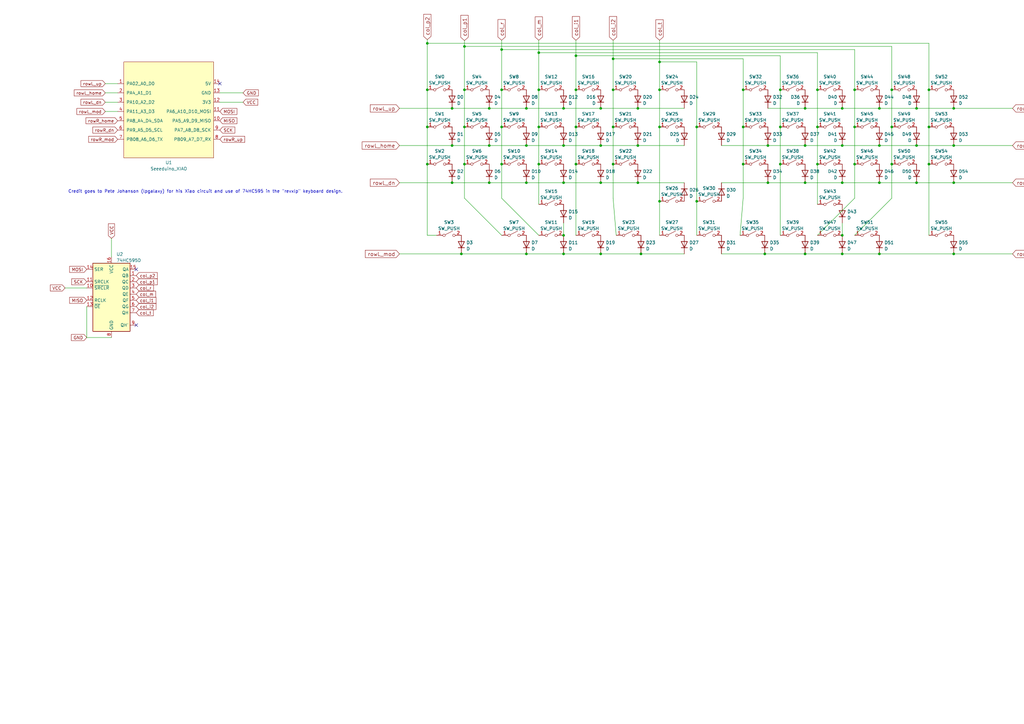
<source format=kicad_sch>
(kicad_sch (version 20211123) (generator eeschema)
  (paper "A3")
  (title_block (title "BumWings_002") (date "2022-11-16") (rev "v0.5") (company "tubby.twins a.k.a. mschnoor"))
  (lib_symbols
    (symbol "74xx:74HC595"
      (property "Reference" "U" (at -7.62 13.97 0))
      (property "Value" "74HC595" (at -7.62 -16.51 0))
      (symbol "74HC595_1_0"
        (pin tri_state line (at 10.16 7.62 180) (length 2.54) (name "QB") (number "1"))
        (pin input line (at -10.16 2.54 0) (length 2.54) (name "~{SRCLR}") (number "10"))
        (pin input line (at -10.16 5.08 0) (length 2.54) (name "SRCLK") (number "11"))
        (pin input line (at -10.16 -2.54 0) (length 2.54) (name "RCLK") (number "12"))
        (pin input line (at -10.16 -5.08 0) (length 2.54) (name "~{OE}") (number "13"))
        (pin input line (at -10.16 10.16 0) (length 2.54) (name "SER") (number "14"))
        (pin tri_state line (at 10.16 10.16 180) (length 2.54) (name "QA") (number "15"))
        (pin power_in line (at 0 15.24 270) (length 2.54) (name "VCC") (number "16"))
        (pin tri_state line (at 10.16 5.08 180) (length 2.54) (name "QC") (number "2"))
        (pin tri_state line (at 10.16 2.54 180) (length 2.54) (name "QD") (number "3"))
        (pin tri_state line (at 10.16 0 180) (length 2.54) (name "QE") (number "4"))
        (pin tri_state line (at 10.16 -2.54 180) (length 2.54) (name "QF") (number "5"))
        (pin tri_state line (at 10.16 -5.08 180) (length 2.54) (name "QG") (number "6"))
        (pin tri_state line (at 10.16 -7.62 180) (length 2.54) (name "QH") (number "7"))
        (pin power_in line (at 0 -17.78 90) (length 2.54) (name "GND") (number "8"))
        (pin output line (at 10.16 -12.7 180) (length 2.54) (name "QH'") (number "9"))
      )
      (symbol "74HC595_1_1"
        (rectangle (start -7.62 12.7) (end 7.62 -15.24) (stroke (width 0.254)) (fill (type background)))
      )
    )
    (symbol "BumWings_SymLibrary:Key_Switch" (pin_names (offset 0) hide)
      (property "Reference" "K" (at 0 3.175 0))
      (symbol "Key_Switch_0_0"
        (circle (center -2.032 0) (radius 0.508))
        (polyline (pts (xy -1.524 0.254) (xy 1.524 1.778)))
        (circle (center 2.032 0) (radius 0.508))
      )
      (symbol "Key_Switch_1_1"
        (pin passive line (at -5.08 0 0) (length 2.54) (name "A") (number "1"))
        (pin passive line (at 5.08 0 180) (length 2.54) (name "B") (number "2"))
      )
    )
    (symbol "Device:D" (pin_numbers hide) (pin_names (offset 1.016) hide)
      (property "Reference" "D" (at 0 2.54 0))
      (property "Value" "D" (at 0 -2.54 0))
      (symbol "D_0_1"
        (polyline (pts (xy -1.27 1.27) (xy -1.27 -1.27)) (stroke (width 0.254)))
        (polyline (pts (xy 1.27 0) (xy -1.27 0)))
        (polyline (pts (xy 1.27 1.27) (xy 1.27 -1.27) (xy -1.27 0) (xy 1.27 1.27)) (stroke (width 0.254)))
      )
      (symbol "D_1_1"
        (pin passive line (at -3.81 0 0) (length 2.54) (name "K") (number "1"))
        (pin passive line (at 3.81 0 180) (length 2.54) (name "A") (number "2"))
      )
    )
    (symbol "Seeeduino XIAO:SeeeduinoXIAO_BLE" (pin_names (offset 1.016))
      (property "Reference" "U1" (at -0.635 -20.9534 0))
      (property "Value" "Seeeduino_XIAO" (at -0.635 -23.4903 0))
      (symbol "SeeeduinoXIAO_BLE_0_1"
        (rectangle (start -19.05 20.32) (end 17.78 -19.05) (fill (type background)))
      )
      (symbol "SeeeduinoXIAO_BLE_1_1"
        (pin bidirectional line (at -21.59 11.43 0) (length 2.54) (name "PA02_A0_D0") (number "1"))
        (pin bidirectional line (at 20.32 -3.81 180) (length 2.54) (name "PA5_A9_D9_MISO") (number "10"))
        (pin bidirectional line (at 20.32 0 180) (length 2.54) (name "PA6_A10_D10_MOSI") (number "11"))
        (pin power_out line (at 20.32 3.81 180) (length 2.54) (name "3V3") (number "12"))
        (pin power_out line (at 20.32 7.62 180) (length 2.54) (name "GND") (number "13"))
        (pin power_out line (at 20.32 11.43 180) (length 2.54) (name "5V") (number "14"))
        (pin bidirectional line (at -21.59 7.62 0) (length 2.54) (name "PA4_A1_D1") (number "2"))
        (pin bidirectional line (at -21.59 3.81 0) (length 2.54) (name "PA10_A2_D2") (number "3"))
        (pin unspecified line (at -21.59 0 0) (length 2.54) (name "PA11_A3_D3") (number "4"))
        (pin bidirectional line (at -21.59 -3.81 0) (length 2.54) (name "PA8_A4_D4_SDA") (number "5"))
        (pin bidirectional line (at -21.59 -7.62 0) (length 2.54) (name "PA9_A5_D5_SCL") (number "6"))
        (pin bidirectional line (at -21.59 -11.43 0) (length 2.54) (name "PB08_A6_D6_TX") (number "7"))
        (pin bidirectional line (at 20.32 -11.43 180) (length 2.54) (name "PB09_A7_D7_RX") (number "8"))
        (pin bidirectional line (at 20.32 -7.62 180) (length 2.54) (name "PA7_A8_D8_SCK") (number "9"))
      )
    )
  )
  (junction (at 205.74 52.07))
  (junction (at 350.52 36.83))
  (junction (at 360.68 59.69))
  (junction (at 345.44 74.93))
  (junction (at 215.9 44.45))
  (junction (at 345.44 59.69))
  (junction (at 391.16 74.93))
  (junction (at 246.38 59.69))
  (junction (at 391.16 59.69))
  (junction (at 375.92 59.69))
  (junction (at 381 36.83))
  (junction (at 205.74 67.31))
  (junction (at 185.42 74.93))
  (junction (at 365.76 67.31))
  (junction (at 330.2 104.14))
  (junction (at 350.52 52.07))
  (junction (at 190.5 36.83))
  (junction (at 231.14 59.69))
  (junction (at 261.62 59.69))
  (junction (at 330.2 74.93))
  (junction (at 236.22 52.07))
  (junction (at 251.46 67.31))
  (junction (at 304.8 52.07))
  (junction (at 304.8 36.83))
  (junction (at 365.76 52.07))
  (junction (at 391.16 44.45))
  (junction (at 175.26 67.31))
  (junction (at 246.38 44.45))
  (junction (at 270.51 25.4))
  (junction (at 215.9 74.93))
  (junction (at 350.52 67.31))
  (junction (at 345.44 104.14))
  (junction (at 236.22 36.83))
  (junction (at 375.92 44.45))
  (junction (at 185.42 44.45))
  (junction (at 335.28 67.31))
  (junction (at 320.04 52.07))
  (junction (at 391.16 104.14))
  (junction (at 381 67.31))
  (junction (at 313.69 104.14))
  (junction (at 335.28 52.07))
  (junction (at 231.14 44.45))
  (junction (at 189.23 104.14))
  (junction (at 220.98 21.59))
  (junction (at 215.9 59.69))
  (junction (at 262.89 104.14))
  (junction (at 246.38 74.93))
  (junction (at 231.14 74.93))
  (junction (at 360.68 104.14))
  (junction (at 236.22 67.31))
  (junction (at 304.8 67.31))
  (junction (at 231.14 96.52))
  (junction (at 381 52.07))
  (junction (at 200.66 74.93))
  (junction (at 205.74 36.83))
  (junction (at 314.96 59.69))
  (junction (at 270.51 36.83))
  (junction (at 360.68 74.93))
  (junction (at 205.74 20.32))
  (junction (at 251.46 36.83))
  (junction (at 270.51 82.55))
  (junction (at 270.51 52.07))
  (junction (at 261.62 44.45))
  (junction (at 330.2 59.69))
  (junction (at 175.26 36.83))
  (junction (at 220.98 52.07))
  (junction (at 285.75 82.55))
  (junction (at 345.44 44.45))
  (junction (at 236.22 22.86))
  (junction (at 320.04 67.31))
  (junction (at 200.66 59.69))
  (junction (at 175.26 17.78))
  (junction (at 220.98 36.83))
  (junction (at 185.42 59.69))
  (junction (at 345.44 96.52))
  (junction (at 246.38 104.14))
  (junction (at 261.62 74.93))
  (junction (at 251.46 24.13))
  (junction (at 285.75 52.07))
  (junction (at 251.46 52.07))
  (junction (at 231.14 104.14))
  (junction (at 335.28 36.83))
  (junction (at 360.68 44.45))
  (junction (at 314.96 74.93))
  (junction (at 190.5 19.05))
  (junction (at 190.5 52.07))
  (junction (at 375.92 74.93))
  (junction (at 365.76 36.83))
  (junction (at 220.98 67.31))
  (junction (at 330.2 44.45))
  (junction (at 175.26 52.07))
  (junction (at 200.66 44.45))
  (junction (at 320.04 36.83))
  (junction (at 190.5 67.31))
  (junction (at 215.9 104.14))
  (no_connect (at 55.88 133.35))
  (no_connect (at 90.17 34.29))
  (no_connect (at 55.88 110.49))
  (wire (pts (xy 320.04 67.31) (xy 320.04 96.52)))
  (wire (pts (xy 270.51 96.52) (xy 270.51 82.55)))
  (wire (pts (xy 190.5 67.31) (xy 190.5 81.28)))
  (wire (pts (xy 261.62 74.93) (xy 280.67 74.93)))
  (wire (pts (xy 45.72 97.79) (xy 45.72 105.41)))
  (wire (pts (xy 285.75 52.07) (xy 285.75 82.55)))
  (wire (pts (xy 261.62 59.69) (xy 280.67 59.69)))
  (wire (pts (xy 215.9 104.14) (xy 231.14 104.14)))
  (wire (pts (xy 360.68 74.93) (xy 375.92 74.93)))
  (wire (pts (xy 320.04 52.07) (xy 320.04 67.31)))
  (wire (pts (xy 251.46 67.31) (xy 251.46 81.28)))
  (wire (pts (xy 270.51 52.07) (xy 270.51 82.55)))
  (wire (pts (xy 304.8 36.83) (xy 304.8 52.07)))
  (wire (pts (xy 205.74 67.31) (xy 205.74 81.28)))
  (wire (pts (xy 360.68 59.69) (xy 375.92 59.69)))
  (wire (pts (xy 381 17.78) (xy 175.26 17.78)))
  (wire (pts (xy 175.26 36.83) (xy 175.26 52.07)))
  (wire (pts (xy 220.98 36.83) (xy 220.98 52.07)))
  (wire (pts (xy 175.26 52.07) (xy 175.26 67.31)))
  (wire (pts (xy 335.28 96.52) (xy 350.52 81.28)))
  (wire (pts (xy 270.51 16.51) (xy 270.51 25.4)))
  (wire (pts (xy 314.96 74.93) (xy 330.2 74.93)))
  (wire (pts (xy 215.9 59.69) (xy 231.14 59.69)))
  (wire (pts (xy 304.8 67.31) (xy 304.8 81.28)))
  (wire (pts (xy 360.68 44.45) (xy 375.92 44.45)))
  (wire (pts (xy 314.96 44.45) (xy 330.2 44.45)))
  (wire (pts (xy 375.92 44.45) (xy 391.16 44.45)))
  (wire (pts (xy 43.18 41.91) (xy 48.26 41.91)))
  (wire (pts (xy 251.46 36.83) (xy 251.46 52.07)))
  (wire (pts (xy 215.9 74.93) (xy 231.14 74.93)))
  (wire (pts (xy 163.83 59.69) (xy 185.42 59.69)))
  (wire (pts (xy 270.51 36.83) (xy 270.51 52.07)))
  (wire (pts (xy 220.98 67.31) (xy 220.98 83.82)))
  (wire (pts (xy 231.14 104.14) (xy 246.38 104.14)))
  (wire (pts (xy 175.26 16.256) (xy 175.26 17.78)))
  (wire (pts (xy 99.695 41.91) (xy 90.17 41.91)))
  (wire (pts (xy 350.52 67.31) (xy 350.52 81.28)))
  (wire (pts (xy 185.42 74.93) (xy 200.66 74.93)))
  (wire (pts (xy 262.89 104.14) (xy 280.67 104.14)))
  (wire (pts (xy 381 17.78) (xy 381 36.83)))
  (wire (pts (xy 185.42 44.45) (xy 200.66 44.45)))
  (wire (pts (xy 345.44 59.69) (xy 360.68 59.69)))
  (wire (pts (xy 251.46 16.51) (xy 251.46 24.13)))
  (wire (pts (xy 43.18 34.29) (xy 48.26 34.29)))
  (wire (pts (xy 345.44 91.44) (xy 345.44 96.52)))
  (wire (pts (xy 381 52.07) (xy 381 67.31)))
  (wire (pts (xy 251.46 24.13) (xy 251.46 36.83)))
  (wire (pts (xy 231.14 44.45) (xy 246.38 44.45)))
  (wire (pts (xy 295.91 104.14) (xy 313.69 104.14)))
  (wire (pts (xy 35.56 125.73) (xy 35.56 138.43)))
  (wire (pts (xy 295.91 74.93) (xy 314.96 74.93)))
  (wire (pts (xy 313.69 104.14) (xy 330.2 104.14)))
  (wire (pts (xy 335.28 21.59) (xy 220.98 21.59)))
  (wire (pts (xy 285.75 96.52) (xy 285.75 82.55)))
  (wire (pts (xy 99.695 38.1) (xy 90.17 38.1)))
  (wire (pts (xy 236.22 67.31) (xy 236.22 96.52)))
  (wire (pts (xy 246.38 104.14) (xy 262.89 104.14)))
  (wire (pts (xy 190.5 36.83) (xy 190.5 52.07)))
  (wire (pts (xy 304.8 24.13) (xy 251.46 24.13)))
  (wire (pts (xy 320.04 22.86) (xy 320.04 36.83)))
  (wire (pts (xy 215.9 44.45) (xy 231.14 44.45)))
  (wire (pts (xy 314.96 59.69) (xy 330.2 59.69)))
  (wire (pts (xy 415.29 74.93) (xy 391.16 74.93)))
  (wire (pts (xy 345.44 44.45) (xy 360.68 44.45)))
  (wire (pts (xy 335.28 36.83) (xy 335.28 52.07)))
  (wire (pts (xy 220.98 52.07) (xy 220.98 67.31)))
  (wire (pts (xy 190.5 19.05) (xy 365.76 19.05)))
  (wire (pts (xy 236.22 16.51) (xy 236.22 22.86)))
  (wire (pts (xy 163.83 44.45) (xy 185.42 44.45)))
  (wire (pts (xy 246.38 44.45) (xy 261.62 44.45)))
  (wire (pts (xy 365.76 52.07) (xy 365.76 67.31)))
  (wire (pts (xy 285.75 25.4) (xy 270.51 25.4)))
  (wire (pts (xy 231.14 91.44) (xy 231.14 96.52)))
  (wire (pts (xy 345.44 74.93) (xy 360.68 74.93)))
  (wire (pts (xy 350.52 96.52) (xy 365.76 81.28)))
  (wire (pts (xy 415.29 59.69) (xy 391.16 59.69)))
  (wire (pts (xy 205.74 20.32) (xy 205.74 36.83)))
  (wire (pts (xy 280.67 44.45) (xy 261.62 44.45)))
  (wire (pts (xy 236.22 36.83) (xy 236.22 52.07)))
  (wire (pts (xy 246.38 59.69) (xy 261.62 59.69)))
  (wire (pts (xy 350.52 20.32) (xy 350.52 36.83)))
  (wire (pts (xy 190.5 19.05) (xy 190.5 36.83)))
  (wire (pts (xy 35.56 118.11) (xy 26.67 118.11)))
  (wire (pts (xy 345.44 104.14) (xy 360.68 104.14)))
  (wire (pts (xy 304.8 81.28) (xy 303.53 96.52)))
  (wire (pts (xy 335.28 21.59) (xy 335.28 36.83)))
  (wire (pts (xy 375.92 59.69) (xy 391.16 59.69)))
  (wire (pts (xy 200.66 59.69) (xy 215.9 59.69)))
  (wire (pts (xy 231.14 74.93) (xy 246.38 74.93)))
  (wire (pts (xy 320.04 22.86) (xy 236.22 22.86)))
  (wire (pts (xy 415.29 44.45) (xy 391.16 44.45)))
  (wire (pts (xy 200.66 44.45) (xy 215.9 44.45)))
  (wire (pts (xy 220.98 16.51) (xy 220.98 21.59)))
  (wire (pts (xy 251.46 52.07) (xy 251.46 67.31)))
  (wire (pts (xy 365.76 19.05) (xy 365.76 36.83)))
  (wire (pts (xy 220.98 21.59) (xy 220.98 36.83)))
  (wire (pts (xy 270.51 25.4) (xy 270.51 36.83)))
  (wire (pts (xy 163.83 74.93) (xy 185.42 74.93)))
  (wire (pts (xy 205.74 16.51) (xy 205.74 20.32)))
  (wire (pts (xy 330.2 44.45) (xy 345.44 44.45)))
  (wire (pts (xy 205.74 81.28) (xy 220.98 96.52)))
  (wire (pts (xy 350.52 52.07) (xy 350.52 67.31)))
  (wire (pts (xy 335.28 52.07) (xy 335.28 67.31)))
  (wire (pts (xy 190.5 16.637) (xy 190.5 19.05)))
  (wire (pts (xy 381 67.31) (xy 381 96.52)))
  (wire (pts (xy 185.42 59.69) (xy 200.66 59.69)))
  (wire (pts (xy 236.22 52.07) (xy 236.22 67.31)))
  (wire (pts (xy 330.2 59.69) (xy 345.44 59.69)))
  (wire (pts (xy 175.26 96.52) (xy 179.07 96.52)))
  (wire (pts (xy 200.66 74.93) (xy 215.9 74.93)))
  (wire (pts (xy 365.76 67.31) (xy 365.76 81.28)))
  (wire (pts (xy 330.2 104.14) (xy 345.44 104.14)))
  (wire (pts (xy 375.92 74.93) (xy 391.16 74.93)))
  (wire (pts (xy 381 36.83) (xy 381 52.07)))
  (wire (pts (xy 43.18 45.72) (xy 48.26 45.72)))
  (wire (pts (xy 205.74 52.07) (xy 205.74 67.31)))
  (wire (pts (xy 251.46 81.28) (xy 252.73 96.52)))
  (wire (pts (xy 231.14 59.69) (xy 246.38 59.69)))
  (wire (pts (xy 285.75 25.4) (xy 285.75 52.07)))
  (wire (pts (xy 190.5 52.07) (xy 190.5 67.31)))
  (wire (pts (xy 330.2 74.93) (xy 345.44 74.93)))
  (wire (pts (xy 163.83 104.14) (xy 189.23 104.14)))
  (wire (pts (xy 350.52 36.83) (xy 350.52 52.07)))
  (wire (pts (xy 365.76 36.83) (xy 365.76 52.07)))
  (wire (pts (xy 236.22 22.86) (xy 236.22 36.83)))
  (wire (pts (xy 246.38 74.93) (xy 261.62 74.93)))
  (wire (pts (xy 43.18 38.1) (xy 48.26 38.1)))
  (wire (pts (xy 335.28 67.31) (xy 335.28 83.82)))
  (wire (pts (xy 350.52 20.32) (xy 205.74 20.32)))
  (wire (pts (xy 304.8 24.13) (xy 304.8 36.83)))
  (wire (pts (xy 304.8 52.07) (xy 304.8 67.31)))
  (wire (pts (xy 189.23 104.14) (xy 215.9 104.14)))
  (wire (pts (xy 295.91 59.69) (xy 314.96 59.69)))
  (wire (pts (xy 320.04 36.83) (xy 320.04 52.07)))
  (wire (pts (xy 175.26 17.78) (xy 175.26 36.83)))
  (wire (pts (xy 415.29 104.14) (xy 391.16 104.14)))
  (wire (pts (xy 205.74 36.83) (xy 205.74 52.07)))
  (wire (pts (xy 175.26 67.31) (xy 175.26 96.52)))
  (wire (pts (xy 190.5 81.28) (xy 205.74 96.52)))
  (wire (pts (xy 35.56 138.43) (xy 45.72 138.43)))
  (wire (pts (xy 360.68 104.14) (xy 391.16 104.14)))
  (text "Credit goes to Pete Johanson (lpgalaxy) for his Xiao circuit and use of 74HC595 in the \"revxlp\" keyboard design." (at 27.94 79.375 0) (effects (font (size 1.27 1.27)) (justify left bottom)))
  (global_label "col_i1" (shape input) (at 236.22 16.51 90) (effects (font (size 1.524 1.524))) (property "Intersheet References" "${INTERSHEET_REFS}" (effects hide)))
  (global_label "VCC" (shape input) (at 45.72 97.79 90) (property "Intersheet References" "${INTERSHEET_REFS}" (effects hide)))
  (global_label "col_m" (shape input) (at 220.98 16.51 90) (effects (font (size 1.524 1.524))) (property "Intersheet References" "${INTERSHEET_REFS}" (effects hide)))
  (global_label "rowL_dn" (shape input) (at 163.83 74.93 180) (effects (font (size 1.524 1.524))) (property "Intersheet References" "${INTERSHEET_REFS}" (effects hide)))
  (global_label "GND" (shape input) (at 99.695 38.1 0) (property "Intersheet References" "${INTERSHEET_REFS}" (effects hide)))
  (global_label "rowL_mod" (shape input) (at 43.18 45.72 180) (property "Intersheet References" "${INTERSHEET_REFS}" (effects hide)))
  (global_label "GND" (shape input) (at 35.56 138.43 180) (property "Intersheet References" "${INTERSHEET_REFS}" (effects hide)))
  (global_label "SCK" (shape input) (at 35.56 115.57 180) (property "Intersheet References" "${INTERSHEET_REFS}" (effects hide)))
  (global_label "col_i2" (shape input) (at 55.88 125.73 0) (property "Intersheet References" "${INTERSHEET_REFS}" (effects hide)))
  (global_label "col_p1" (shape input) (at 55.88 115.57 0) (property "Intersheet References" "${INTERSHEET_REFS}" (effects hide)))
  (global_label "col_p1" (shape input) (at 190.5 16.637 90) (effects (font (size 1.524 1.524))) (property "Intersheet References" "${INTERSHEET_REFS}" (effects hide)))
  (global_label "col_m" (shape input) (at 55.88 120.65 0) (property "Intersheet References" "${INTERSHEET_REFS}" (effects hide)))
  (global_label "col_t" (shape input) (at 55.88 128.27 0) (property "Intersheet References" "${INTERSHEET_REFS}" (effects hide)))
  (global_label "VCC" (shape input) (at 99.695 41.91 0) (property "Intersheet References" "${INTERSHEET_REFS}" (effects hide)))
  (global_label "rowL_home" (shape input) (at 43.18 38.1 180) (property "Intersheet References" "${INTERSHEET_REFS}" (effects hide)))
  (global_label "MOSI" (shape input) (at 90.17 45.72 0) (property "Intersheet References" "${INTERSHEET_REFS}" (effects hide)))
  (global_label "col_p2" (shape input) (at 175.26 16.256 90) (effects (font (size 1.524 1.524))) (property "Intersheet References" "${INTERSHEET_REFS}" (effects hide)))
  (global_label "rowR_mod" (shape input) (at 415.29 104.14 0) (effects (font (size 1.524 1.524))) (property "Intersheet References" "${INTERSHEET_REFS}" (effects hide)))
  (global_label "col_t" (shape input) (at 270.51 16.51 90) (effects (font (size 1.524 1.524))) (property "Intersheet References" "${INTERSHEET_REFS}" (effects hide)))
  (global_label "SCK" (shape input) (at 90.17 53.34 0) (property "Intersheet References" "${INTERSHEET_REFS}" (effects hide)))
  (global_label "rowR_dn" (shape input) (at 48.26 53.34 180) (property "Intersheet References" "${INTERSHEET_REFS}" (effects hide)))
  (global_label "col_r" (shape input) (at 205.74 16.51 90) (effects (font (size 1.524 1.524))) (property "Intersheet References" "${INTERSHEET_REFS}" (effects hide)))
  (global_label "rowR_dn" (shape input) (at 415.29 74.93 0) (effects (font (size 1.524 1.524))) (property "Intersheet References" "${INTERSHEET_REFS}" (effects hide)))
  (global_label "MISO" (shape input) (at 35.56 123.19 180) (property "Intersheet References" "${INTERSHEET_REFS}" (effects hide)))
  (global_label "rowR_up" (shape input) (at 90.17 57.15 0) (property "Intersheet References" "${INTERSHEET_REFS}" (effects hide)))
  (global_label "rowL_up" (shape input) (at 43.18 34.29 180) (property "Intersheet References" "${INTERSHEET_REFS}" (effects hide)))
  (global_label "col_r" (shape input) (at 55.88 118.11 0) (property "Intersheet References" "${INTERSHEET_REFS}" (effects hide)))
  (global_label "MISO" (shape input) (at 90.17 49.53 0) (property "Intersheet References" "${INTERSHEET_REFS}" (effects hide)))
  (global_label "rowL_home" (shape input) (at 163.83 59.69 180) (effects (font (size 1.524 1.524))) (property "Intersheet References" "${INTERSHEET_REFS}" (effects hide)))
  (global_label "col_i1" (shape input) (at 55.88 123.19 0) (property "Intersheet References" "${INTERSHEET_REFS}" (effects hide)))
  (global_label "rowR_mod" (shape input) (at 48.26 57.15 180) (property "Intersheet References" "${INTERSHEET_REFS}" (effects hide)))
  (global_label "rowL_mod" (shape input) (at 163.83 104.14 180) (effects (font (size 1.524 1.524))) (property "Intersheet References" "${INTERSHEET_REFS}" (effects hide)))
  (global_label "rowL_dn" (shape input) (at 43.18 41.91 180) (property "Intersheet References" "${INTERSHEET_REFS}" (effects hide)))
  (global_label "rowL_up" (shape input) (at 163.83 44.45 180) (effects (font (size 1.524 1.524))) (property "Intersheet References" "${INTERSHEET_REFS}" (effects hide)))
  (global_label "rowR_up" (shape input) (at 415.29 44.45 0) (effects (font (size 1.524 1.524))) (property "Intersheet References" "${INTERSHEET_REFS}" (effects hide)))
  (global_label "col_i2" (shape input) (at 251.46 16.51 90) (effects (font (size 1.524 1.524))) (property "Intersheet References" "${INTERSHEET_REFS}" (effects hide)))
  (global_label "col_p2" (shape input) (at 55.88 113.03 0) (property "Intersheet References" "${INTERSHEET_REFS}" (effects hide)))
  (global_label "rowR_home" (shape input) (at 415.29 59.69 0) (effects (font (size 1.524 1.524))) (property "Intersheet References" "${INTERSHEET_REFS}" (effects hide)))
  (global_label "MOSI" (shape input) (at 35.56 110.49 180) (property "Intersheet References" "${INTERSHEET_REFS}" (effects hide)))
  (global_label "VCC" (shape input) (at 26.67 118.11 180) (property "Intersheet References" "${INTERSHEET_REFS}" (effects hide)))
  (global_label "rowR_home" (shape input) (at 48.26 49.53 180) (property "Intersheet References" "${INTERSHEET_REFS}" (effects hide)))
  (symbol (lib_id "Device:D") (at 185.42 40.64 90) (unit 1)
    (property "Reference" "D0" (at 187.452 39.8053 90) (effects (justify right)))
    (property "Value" "D" (at 187.452 42.3422 90) (effects (justify right)))
    (property "Footprint" "BumWings_Library:Diode_D_SOD-123" (effects hide))
  )
  (symbol (lib_id "BumWings_SymLibrary:Key_Switch") (at 184.15 96.52 0) (unit 1)
    (property "Reference" "SW3" (at 184.15 91.1692 0))
    (property "Value" "SW_PUSH" (at 184.15 93.7061 0))
    (property "Footprint" "BumWings_Library:Kailh_PG1350_1.5u_hotswap" (effects hide))
  )
  (symbol (lib_id "Device:D") (at 330.2 55.88 90) (unit 1)
    (property "Reference" "D37" (at 332.232 55.0453 90) (effects (justify right)))
    (property "Value" "D" (at 332.232 57.5822 90) (effects (justify right)))
    (property "Footprint" "BumWings_Library:Diode_D_SOD-123" (effects hide))
  )
  (symbol (lib_id "Device:D") (at 246.38 71.12 90) (unit 1)
    (property "Reference" "D18" (at 248.412 70.2853 90) (effects (justify right)))
    (property "Value" "D" (at 248.412 72.8222 90) (effects (justify right)))
    (property "Footprint" "BumWings_Library:Diode_D_SOD-123" (effects hide))
  )
  (symbol (lib_id "Device:D") (at 200.66 55.88 90) (unit 1)
    (property "Reference" "D5" (at 202.692 55.0453 90) (effects (justify right)))
    (property "Value" "D" (at 202.692 57.5822 90) (effects (justify right)))
    (property "Footprint" "BumWings_Library:Diode_D_SOD-123" (effects hide))
  )
  (symbol (lib_id "BumWings_SymLibrary:Key_Switch") (at 226.06 83.82 0) (unit 1)
    (property "Reference" "SW15" (at 226.06 78.4692 0))
    (property "Value" "SW_PUSH" (at 226.06 81.0061 0))
    (property "Footprint" "BumWings_Library:Kailh_PG1350_1u_hotswap" (effects hide))
  )
  (symbol (lib_id "BumWings_SymLibrary:Key_Switch") (at 241.3 96.52 0) (unit 1)
    (property "Reference" "SW19" (at 241.3 91.1692 0))
    (property "Value" "SW_PUSH" (at 241.3 93.7061 0))
    (property "Footprint" "BumWings_Library:Kailh_PG1350_1u_hotswap" (effects hide))
  )
  (symbol (lib_id "74xx:74HC595") (at 45.72 120.65 0) (unit 1)
    (property "Reference" "U2" (at 47.7394 104.2502 0) (effects (justify left)))
    (property "Value" "74HC595D" (at 47.7394 106.7871 0) (effects (justify left)))
    (property "Footprint" "Package_SO:SOIC-16_3.9x9.9mm_P1.27mm" (effects hide))
    (property "Datasheet" "http://www.ti.com/lit/ds/symlink/sn74hc595.pdf" (effects hide))
    (property "LCSC Part Number" "C10092" (effects hide))
  )
  (symbol (lib_id "Device:D") (at 280.67 100.33 90) (unit 1)
    (property "Reference" "D27" (at 282.702 99.4953 90) (effects (justify right)))
    (property "Value" "D" (at 282.702 102.0322 90) (effects (justify right)))
    (property "Footprint" "BumWings_Library:Diode_D_SOD-123" (effects hide))
  )
  (symbol (lib_id "Device:D") (at 360.68 40.64 90) (unit 1)
    (property "Reference" "D44" (at 362.712 39.8053 90) (effects (justify right)))
    (property "Value" "D" (at 362.712 42.3422 90) (effects (justify right)))
    (property "Footprint" "BumWings_Library:Diode_D_SOD-123" (effects hide))
  )
  (symbol (lib_id "Device:D") (at 391.16 100.33 90) (unit 1)
    (property "Reference" "D55" (at 393.192 99.4953 90) (effects (justify right)))
    (property "Value" "D" (at 393.192 102.0322 90) (effects (justify right)))
    (property "Footprint" "BumWings_Library:Diode_D_SOD-123" (effects hide))
  )
  (symbol (lib_id "Device:D") (at 314.96 71.12 90) (unit 1)
    (property "Reference" "D34" (at 316.992 70.2853 90) (effects (justify right)))
    (property "Value" "D" (at 316.992 72.8222 90) (effects (justify right)))
    (property "Footprint" "BumWings_Library:Diode_D_SOD-123" (effects hide))
  )
  (symbol (lib_id "BumWings_SymLibrary:Key_Switch") (at 290.83 96.52 0) (unit 1)
    (property "Reference" "SW31" (at 290.83 91.1692 0))
    (property "Value" "SW_PUSH" (at 290.83 93.7061 0))
    (property "Footprint" "BumWings_Library:Kailh_PG1350_1.5u_hotswap" (effects hide))
  )
  (symbol (lib_id "Device:D") (at 261.62 55.88 90) (unit 1)
    (property "Reference" "D21" (at 263.652 55.0453 90) (effects (justify right)))
    (property "Value" "D" (at 263.652 57.5822 90) (effects (justify right)))
    (property "Footprint" "BumWings_Library:Diode_D_SOD-123" (effects hide))
  )
  (symbol (lib_id "Device:D") (at 262.89 100.33 90) (unit 1)
    (property "Reference" "D23" (at 264.922 99.4953 90) (effects (justify right)))
    (property "Value" "D" (at 264.922 102.0322 90) (effects (justify right)))
    (property "Footprint" "BumWings_Library:Diode_D_SOD-123" (effects hide))
  )
  (symbol (lib_id "Device:D") (at 295.91 78.74 270) (unit 1)
    (property "Reference" "D30" (at 297.942 77.9053 90) (effects (justify left)))
    (property "Value" "D" (at 297.942 80.4422 90) (effects (justify left)))
    (property "Footprint" "BumWings_Library:Diode_D_SOD-123" (effects hide))
  )
  (symbol (lib_id "BumWings_SymLibrary:Key_Switch") (at 180.34 36.83 0) (unit 1)
    (property "Reference" "SW0" (at 180.34 31.4792 0))
    (property "Value" "SW_PUSH" (at 180.34 34.0161 0))
    (property "Footprint" "BumWings_Library:Kailh_PG1350_1u_hotswap" (effects hide))
  )
  (symbol (lib_id "BumWings_SymLibrary:Key_Switch") (at 308.61 96.52 0) (unit 1)
    (property "Reference" "SW35" (at 308.61 91.1692 0))
    (property "Value" "SW_PUSH" (at 308.61 93.7061 0))
    (property "Footprint" "BumWings_Library:Kailh_PG1350_2u_stab_hotswap" (effects hide))
  )
  (symbol (lib_id "Device:D") (at 200.66 40.64 90) (unit 1)
    (property "Reference" "D4" (at 202.692 39.8053 90) (effects (justify right)))
    (property "Value" "D" (at 202.692 42.3422 90) (effects (justify right)))
    (property "Footprint" "BumWings_Library:Diode_D_SOD-123" (effects hide))
  )
  (symbol (lib_id "Device:D") (at 345.44 87.63 90) (unit 1)
    (property "Reference" "D43" (at 347.472 86.7953 90) (effects (justify right)))
    (property "Value" "D" (at 347.472 89.3322 90) (effects (justify right)))
    (property "Footprint" "BumWings_Library:Diode_D_SOD-123" (effects hide))
  )
  (symbol (lib_id "Device:D") (at 391.16 71.12 90) (unit 1)
    (property "Reference" "D54" (at 393.192 70.2853 90) (effects (justify right)))
    (property "Value" "D" (at 393.192 72.8222 90) (effects (justify right)))
    (property "Footprint" "BumWings_Library:Diode_D_SOD-123" (effects hide))
  )
  (symbol (lib_id "BumWings_SymLibrary:Key_Switch") (at 340.36 52.07 0) (unit 1)
    (property "Reference" "SW41" (at 340.36 46.7192 0))
    (property "Value" "SW_PUSH" (at 340.36 49.2561 0))
    (property "Footprint" "BumWings_Library:Kailh_PG1350_1u_hotswap" (effects hide))
  )
  (symbol (lib_id "Device:D") (at 261.62 40.64 90) (unit 1)
    (property "Reference" "D20" (at 263.652 39.8053 90) (effects (justify right)))
    (property "Value" "D" (at 263.652 42.3422 90) (effects (justify right)))
    (property "Footprint" "BumWings_Library:Diode_D_SOD-123" (effects hide))
  )
  (symbol (lib_id "BumWings_SymLibrary:Key_Switch") (at 370.84 67.31 0) (unit 1)
    (property "Reference" "SW50" (at 370.84 61.9592 0))
    (property "Value" "SW_PUSH" (at 370.84 64.4961 0))
    (property "Footprint" "BumWings_Library:Kailh_PG1350_1u_hotswap" (effects hide))
  )
  (symbol (lib_id "Device:D") (at 231.14 55.88 90) (unit 1)
    (property "Reference" "D13" (at 233.172 55.0453 90) (effects (justify right)))
    (property "Value" "D" (at 233.172 57.5822 90) (effects (justify right)))
    (property "Footprint" "BumWings_Library:Diode_D_SOD-123" (effects hide))
  )
  (symbol (lib_id "BumWings_SymLibrary:Key_Switch") (at 325.12 36.83 0) (unit 1)
    (property "Reference" "SW36" (at 325.12 31.4792 0))
    (property "Value" "SW_PUSH" (at 325.12 34.0161 0))
    (property "Footprint" "BumWings_Library:Kailh_PG1350_1u_hotswap" (effects hide))
  )
  (symbol (lib_id "Device:D") (at 360.68 100.33 90) (unit 1)
    (property "Reference" "D51" (at 362.712 99.4953 90) (effects (justify right)))
    (property "Value" "D" (at 362.712 102.0322 90) (effects (justify right)))
    (property "Footprint" "BumWings_Library:Diode_D_SOD-123" (effects hide))
  )
  (symbol (lib_id "BumWings_SymLibrary:Key_Switch") (at 386.08 52.07 0) (unit 1)
    (property "Reference" "SW53" (at 386.08 46.7192 0))
    (property "Value" "SW_PUSH" (at 386.08 49.2561 0))
    (property "Footprint" "BumWings_Library:Kailh_PG1350_1u_hotswap" (effects hide))
  )
  (symbol (lib_id "BumWings_SymLibrary:Key_Switch") (at 257.81 96.52 0) (unit 1)
    (property "Reference" "SW23" (at 257.81 91.1692 0))
    (property "Value" "SW_PUSH" (at 257.81 93.7061 0))
    (property "Footprint" "BumWings_Library:Kailh_PG1350_2u_stab_hotswap" (effects hide))
  )
  (symbol (lib_id "Device:D") (at 215.9 40.64 90) (unit 1)
    (property "Reference" "D8" (at 217.932 39.8053 90) (effects (justify right)))
    (property "Value" "D" (at 217.932 42.3422 90) (effects (justify right)))
    (property "Footprint" "BumWings_Library:Diode_D_SOD-123" (effects hide))
  )
  (symbol (lib_id "Device:D") (at 330.2 40.64 90) (unit 1)
    (property "Reference" "D36" (at 328.168 39.8053 90) (effects (justify left)))
    (property "Value" "D" (at 328.168 42.3422 90) (effects (justify left)))
    (property "Footprint" "BumWings_Library:Diode_D_SOD-123" (effects hide))
  )
  (symbol (lib_id "BumWings_SymLibrary:Key_Switch") (at 386.08 67.31 0) (unit 1)
    (property "Reference" "SW54" (at 386.08 61.9592 0))
    (property "Value" "SW_PUSH" (at 386.08 64.4961 0))
    (property "Footprint" "BumWings_Library:Kailh_PG1350_1u_hotswap" (effects hide))
  )
  (symbol (lib_id "Device:D") (at 246.38 55.88 90) (unit 1)
    (property "Reference" "D17" (at 248.412 55.0453 90) (effects (justify right)))
    (property "Value" "D" (at 248.412 57.5822 90) (effects (justify right)))
    (property "Footprint" "BumWings_Library:Diode_D_SOD-123" (effects hide))
  )
  (symbol (lib_id "BumWings_SymLibrary:Key_Switch") (at 370.84 36.83 0) (unit 1)
    (property "Reference" "SW48" (at 370.84 31.4792 0))
    (property "Value" "SW_PUSH" (at 370.84 34.0161 0))
    (property "Footprint" "BumWings_Library:Kailh_PG1350_1u_hotswap" (effects hide))
  )
  (symbol (lib_id "BumWings_SymLibrary:Key_Switch") (at 325.12 52.07 0) (unit 1)
    (property "Reference" "SW37" (at 325.12 46.7192 0))
    (property "Value" "SW_PUSH" (at 325.12 49.2561 0))
    (property "Footprint" "BumWings_Library:Kailh_PG1350_1u_hotswap" (effects hide))
  )
  (symbol (lib_id "Device:D") (at 280.67 78.74 270) (unit 1)
    (property "Reference" "D26" (at 282.702 77.9053 90) (effects (justify left)))
    (property "Value" "D" (at 282.702 80.4422 90) (effects (justify left)))
    (property "Footprint" "BumWings_Library:Diode_D_SOD-123" (effects hide))
  )
  (symbol (lib_id "Device:D") (at 345.44 100.33 90) (unit 1)
    (property "Reference" "D47" (at 347.472 99.4953 90) (effects (justify right)))
    (property "Value" "D" (at 347.472 102.0322 90) (effects (justify right)))
    (property "Footprint" "BumWings_Library:Diode_D_SOD-123" (effects hide))
  )
  (symbol (lib_id "BumWings_SymLibrary:Key_Switch") (at 370.84 52.07 0) (unit 1)
    (property "Reference" "SW49" (at 370.84 46.7192 0))
    (property "Value" "SW_PUSH" (at 370.84 49.2561 0))
    (property "Footprint" "BumWings_Library:Kailh_PG1350_1u_hotswap" (effects hide))
  )
  (symbol (lib_id "Device:D") (at 231.14 40.64 90) (unit 1)
    (property "Reference" "D12" (at 233.172 39.8053 90) (effects (justify right)))
    (property "Value" "D" (at 233.172 42.3422 90) (effects (justify right)))
    (property "Footprint" "BumWings_Library:Diode_D_SOD-123" (effects hide))
  )
  (symbol (lib_id "BumWings_SymLibrary:Key_Switch") (at 256.54 36.83 0) (unit 1)
    (property "Reference" "SW20" (at 256.54 31.4792 0))
    (property "Value" "SW_PUSH" (at 256.54 34.0161 0))
    (property "Footprint" "BumWings_Library:Kailh_PG1350_1u_hotswap" (effects hide))
  )
  (symbol (lib_id "BumWings_SymLibrary:Key_Switch") (at 180.34 52.07 0) (unit 1)
    (property "Reference" "SW1" (at 180.34 46.7192 0))
    (property "Value" "SW_PUSH" (at 180.34 49.2561 0))
    (property "Footprint" "BumWings_Library:Kailh_PG1350_1u_hotswap" (effects hide))
  )
  (symbol (lib_id "Device:D") (at 391.16 40.64 90) (unit 1)
    (property "Reference" "D52" (at 393.192 39.8053 90) (effects (justify right)))
    (property "Value" "D" (at 393.192 42.3422 90) (effects (justify right)))
    (property "Footprint" "BumWings_Library:Diode_D_SOD-123" (effects hide))
  )
  (symbol (lib_id "BumWings_SymLibrary:Key_Switch") (at 241.3 36.83 0) (unit 1)
    (property "Reference" "SW16" (at 241.3 31.4792 0))
    (property "Value" "SW_PUSH" (at 241.3 34.0161 0))
    (property "Footprint" "BumWings_Library:Kailh_PG1350_1u_hotswap" (effects hide))
  )
  (symbol (lib_id "BumWings_SymLibrary:Key_Switch") (at 386.08 96.52 0) (unit 1)
    (property "Reference" "SW55" (at 386.08 91.1692 0))
    (property "Value" "SW_PUSH" (at 386.08 93.7061 0))
    (property "Footprint" "BumWings_Library:Kailh_PG1350_1.5u_hotswap" (effects hide))
  )
  (symbol (lib_id "BumWings_SymLibrary:Key_Switch") (at 275.59 96.52 0) (unit 1)
    (property "Reference" "SW27" (at 275.59 91.1692 0))
    (property "Value" "SW_PUSH" (at 275.59 93.7061 0))
    (property "Footprint" "BumWings_Library:Kailh_PG1350_1.5u_hotswap" (effects hide))
  )
  (symbol (lib_id "BumWings_SymLibrary:Key_Switch") (at 210.82 52.07 0) (unit 1)
    (property "Reference" "SW9" (at 210.82 46.7192 0))
    (property "Value" "SW_PUSH" (at 210.82 49.2561 0))
    (property "Footprint" "BumWings_Library:Kailh_PG1350_1u_hotswap" (effects hide))
  )
  (symbol (lib_id "BumWings_SymLibrary:Key_Switch") (at 340.36 83.82 0) (unit 1)
    (property "Reference" "SW43" (at 340.36 78.4692 0))
    (property "Value" "SW_PUSH" (at 340.36 81.0061 0))
    (property "Footprint" "BumWings_Library:Kailh_PG1350_1u_hotswap" (effects hide))
  )
  (symbol (lib_id "BumWings_SymLibrary:Key_Switch") (at 241.3 52.07 0) (unit 1)
    (property "Reference" "SW17" (at 241.3 46.7192 0))
    (property "Value" "SW_PUSH" (at 241.3 49.2561 0))
    (property "Footprint" "BumWings_Library:Kailh_PG1350_1u_hotswap" (effects hide))
  )
  (symbol (lib_id "BumWings_SymLibrary:Key_Switch") (at 226.06 96.52 0) (unit 1)
    (property "Reference" "SW11" (at 226.06 91.1692 0))
    (property "Value" "SW_PUSH" (at 226.06 93.7061 0))
    (property "Footprint" "BumWings_Library:Kailh_PG1350_1u_hotswap" (effects hide))
  )
  (symbol (lib_id "Seeeduino XIAO:SeeeduinoXIAO_BLE") (at 69.85 45.72 0) (unit 1)
    (property "Reference" "U1" (at 69.215 66.6734 0))
    (property "Value" "Seeeduino_XIAO" (at 69.215 69.2103 0))
    (property "Footprint" "BumWings_Library:SeeeduinoXIAO_simple-2.54-21X17.8MM" (effects hide))
  )
  (symbol (lib_id "Device:D") (at 231.14 87.63 90) (unit 1)
    (property "Reference" "D15" (at 233.172 86.7953 90) (effects (justify right)))
    (property "Value" "D" (at 233.172 89.3322 90) (effects (justify right)))
    (property "Footprint" "BumWings_Library:Diode_D_SOD-123" (effects hide))
  )
  (symbol (lib_id "Device:D") (at 375.92 55.88 90) (unit 1)
    (property "Reference" "D49" (at 373.888 55.0453 90) (effects (justify left)))
    (property "Value" "D" (at 373.888 57.5822 90) (effects (justify left)))
    (property "Footprint" "BumWings_Library:Diode_D_SOD-123" (effects hide))
  )
  (symbol (lib_id "BumWings_SymLibrary:Key_Switch") (at 180.34 67.31 0) (unit 1)
    (property "Reference" "SW2" (at 180.34 61.9592 0))
    (property "Value" "SW_PUSH" (at 180.34 64.4961 0))
    (property "Footprint" "BumWings_Library:Kailh_PG1350_1u_hotswap" (effects hide))
  )
  (symbol (lib_id "BumWings_SymLibrary:Key_Switch") (at 210.82 36.83 0) (unit 1)
    (property "Reference" "SW8" (at 210.82 31.4792 0))
    (property "Value" "SW_PUSH" (at 210.82 34.0161 0))
    (property "Footprint" "BumWings_Library:Kailh_PG1350_1u_hotswap" (effects hide))
  )
  (symbol (lib_id "BumWings_SymLibrary:Key_Switch") (at 275.59 52.07 0) (unit 1)
    (property "Reference" "SW25" (at 275.59 46.7192 0))
    (property "Value" "SW_PUSH" (at 275.59 49.2561 0))
    (property "Footprint" "BumWings_Library:Kailh_PG1350_1.5u_hotswap" (effects hide))
  )
  (symbol (lib_id "BumWings_SymLibrary:Key_Switch") (at 309.88 67.31 0) (unit 1)
    (property "Reference" "SW34" (at 309.88 61.9592 0))
    (property "Value" "SW_PUSH" (at 309.88 64.4961 0))
    (property "Footprint" "BumWings_Library:Kailh_PG1350_1u_hotswap" (effects hide))
  )
  (symbol (lib_id "BumWings_SymLibrary:Key_Switch") (at 275.59 82.55 0) (unit 1)
    (property "Reference" "SW26" (at 275.59 77.1992 0))
    (property "Value" "SW_PUSH" (at 275.59 79.7361 0))
    (property "Footprint" "BumWings_Library:Kailh_PG1350_1u_hotswap" (effects hide))
  )
  (symbol (lib_id "Device:D") (at 189.23 100.33 90) (unit 1)
    (property "Reference" "D3" (at 191.262 99.4953 90) (effects (justify right)))
    (property "Value" "D" (at 191.262 102.0322 90) (effects (justify right)))
    (property "Footprint" "BumWings_Library:Diode_D_SOD-123" (effects hide))
  )
  (symbol (lib_id "Device:D") (at 200.66 71.12 90) (unit 1)
    (property "Reference" "D6" (at 202.692 70.2853 90) (effects (justify right)))
    (property "Value" "D" (at 202.692 72.8222 90) (effects (justify right)))
    (property "Footprint" "BumWings_Library:Diode_D_SOD-123" (effects hide))
  )
  (symbol (lib_id "BumWings_SymLibrary:Key_Switch") (at 256.54 52.07 0) (unit 1)
    (property "Reference" "SW21" (at 256.54 46.7192 0))
    (property "Value" "SW_PUSH" (at 256.54 49.2561 0))
    (property "Footprint" "BumWings_Library:Kailh_PG1350_1u_hotswap" (effects hide))
  )
  (symbol (lib_id "Device:D") (at 360.68 55.88 90) (unit 1)
    (property "Reference" "D45" (at 362.712 55.0453 90) (effects (justify right)))
    (property "Value" "D" (at 362.712 57.5822 90) (effects (justify right)))
    (property "Footprint" "BumWings_Library:Diode_D_SOD-123" (effects hide))
  )
  (symbol (lib_id "BumWings_SymLibrary:Key_Switch") (at 340.36 67.31 0) (unit 1)
    (property "Reference" "SW42" (at 340.36 61.9592 0))
    (property "Value" "SW_PUSH" (at 340.36 64.4961 0))
    (property "Footprint" "BumWings_Library:Kailh_PG1350_1u_hotswap" (effects hide))
  )
  (symbol (lib_id "Device:D") (at 330.2 71.12 90) (unit 1)
    (property "Reference" "D38" (at 332.232 70.2853 90) (effects (justify right)))
    (property "Value" "D" (at 332.232 72.8222 90) (effects (justify right)))
    (property "Footprint" "BumWings_Library:Diode_D_SOD-123" (effects hide))
  )
  (symbol (lib_id "BumWings_SymLibrary:Key_Switch") (at 340.36 96.52 0) (unit 1)
    (property "Reference" "SW47" (at 340.36 91.1692 0))
    (property "Value" "SW_PUSH" (at 340.36 93.7061 0))
    (property "Footprint" "BumWings_Library:Kailh_PG1350_1u_hotswap" (effects hide))
  )
  (symbol (lib_id "Device:D") (at 231.14 100.33 90) (unit 1)
    (property "Reference" "D11" (at 233.172 99.4953 90) (effects (justify right)))
    (property "Value" "D" (at 233.172 102.0322 90) (effects (justify right)))
    (property "Footprint" "BumWings_Library:Diode_D_SOD-123" (effects hide))
  )
  (symbol (lib_id "Device:D") (at 215.9 100.33 90) (unit 1)
    (property "Reference" "D7" (at 217.932 99.4953 90) (effects (justify right)))
    (property "Value" "D" (at 217.932 102.0322 90) (effects (justify right)))
    (property "Footprint" "BumWings_Library:Diode_D_SOD-123" (effects hide))
  )
  (symbol (lib_id "BumWings_SymLibrary:Key_Switch") (at 325.12 67.31 0) (unit 1)
    (property "Reference" "SW38" (at 325.12 61.9592 0))
    (property "Value" "SW_PUSH" (at 325.12 64.4961 0))
    (property "Footprint" "BumWings_Library:Kailh_PG1350_1u_hotswap" (effects hide))
  )
  (symbol (lib_id "Device:D") (at 314.96 40.64 90) (unit 1)
    (property "Reference" "D32" (at 316.992 39.8053 90) (effects (justify right)))
    (property "Value" "D" (at 316.992 42.3422 90) (effects (justify right)))
    (property "Footprint" "BumWings_Library:Diode_D_SOD-123" (effects hide))
  )
  (symbol (lib_id "Device:D") (at 295.91 55.88 90) (unit 1)
    (property "Reference" "D29" (at 297.942 55.0453 90) (effects (justify right)))
    (property "Value" "D" (at 297.942 57.5822 90) (effects (justify right)))
    (property "Footprint" "BumWings_Library:Diode_D_SOD-123" (effects hide))
  )
  (symbol (lib_id "Device:D") (at 375.92 40.64 90) (unit 1)
    (property "Reference" "D48" (at 373.888 39.8053 90) (effects (justify left)))
    (property "Value" "D" (at 373.888 42.3422 90) (effects (justify left)))
    (property "Footprint" "BumWings_Library:Diode_D_SOD-123" (effects hide))
  )
  (symbol (lib_id "BumWings_SymLibrary:Key_Switch") (at 226.06 36.83 0) (unit 1)
    (property "Reference" "SW12" (at 226.06 31.4792 0))
    (property "Value" "SW_PUSH" (at 226.06 34.0161 0))
    (property "Footprint" "BumWings_Library:Kailh_PG1350_1u_hotswap" (effects hide))
  )
  (symbol (lib_id "BumWings_SymLibrary:Key_Switch") (at 340.36 36.83 0) (unit 1)
    (property "Reference" "SW40" (at 340.36 31.4792 0))
    (property "Value" "SW_PUSH" (at 340.36 34.0161 0))
    (property "Footprint" "BumWings_Library:Kailh_PG1350_1u_hotswap" (effects hide))
  )
  (symbol (lib_id "BumWings_SymLibrary:Key_Switch") (at 290.83 52.07 0) (unit 1)
    (property "Reference" "SW29" (at 290.83 46.7192 0))
    (property "Value" "SW_PUSH" (at 290.83 49.2561 0))
    (property "Footprint" "BumWings_Library:Kailh_PG1350_1.5u_hotswap" (effects hide))
  )
  (symbol (lib_id "Device:D") (at 261.62 71.12 90) (unit 1)
    (property "Reference" "D22" (at 263.652 70.2853 90) (effects (justify right)))
    (property "Value" "D" (at 263.652 72.8222 90) (effects (justify right)))
    (property "Footprint" "BumWings_Library:Diode_D_SOD-123" (effects hide))
  )
  (symbol (lib_id "BumWings_SymLibrary:Key_Switch") (at 355.6 96.52 0) (unit 1)
    (property "Reference" "SW51" (at 355.6 91.1692 0))
    (property "Value" "SW_PUSH" (at 355.6 93.7061 0))
    (property "Footprint" "BumWings_Library:Kailh_PG1350_1u_hotswap" (effects hide))
  )
  (symbol (lib_id "Device:D") (at 246.38 100.33 90) (unit 1)
    (property "Reference" "D19" (at 248.412 99.4953 90) (effects (justify right)))
    (property "Value" "D" (at 248.412 102.0322 90) (effects (justify right)))
    (property "Footprint" "BumWings_Library:Diode_D_SOD-123" (effects hide))
  )
  (symbol (lib_id "Device:D") (at 345.44 40.64 90) (unit 1)
    (property "Reference" "D40" (at 343.408 39.8053 90) (effects (justify left)))
    (property "Value" "D" (at 343.408 42.3422 90) (effects (justify left)))
    (property "Footprint" "BumWings_Library:Diode_D_SOD-123" (effects hide))
  )
  (symbol (lib_id "BumWings_SymLibrary:Key_Switch") (at 325.12 96.52 0) (unit 1)
    (property "Reference" "SW39" (at 325.12 91.1692 0))
    (property "Value" "SW_PUSH" (at 325.12 93.7061 0))
    (property "Footprint" "BumWings_Library:Kailh_PG1350_1u_hotswap" (effects hide))
  )
  (symbol (lib_id "BumWings_SymLibrary:Key_Switch") (at 256.54 67.31 0) (unit 1)
    (property "Reference" "SW22" (at 256.54 61.9592 0))
    (property "Value" "SW_PUSH" (at 256.54 64.4961 0))
    (property "Footprint" "BumWings_Library:Kailh_PG1350_1u_hotswap" (effects hide))
  )
  (symbol (lib_id "Device:D") (at 215.9 71.12 90) (unit 1)
    (property "Reference" "D10" (at 217.932 70.2853 90) (effects (justify right)))
    (property "Value" "D" (at 217.932 72.8222 90) (effects (justify right)))
    (property "Footprint" "BumWings_Library:Diode_D_SOD-123" (effects hide))
  )
  (symbol (lib_id "Device:D") (at 185.42 55.88 90) (unit 1)
    (property "Reference" "D1" (at 187.452 55.0453 90) (effects (justify right)))
    (property "Value" "D" (at 187.452 57.5822 90) (effects (justify right)))
    (property "Footprint" "BumWings_Library:Diode_D_SOD-123" (effects hide))
  )
  (symbol (lib_id "BumWings_SymLibrary:Key_Switch") (at 309.88 36.83 0) (unit 1)
    (property "Reference" "SW32" (at 309.88 31.4792 0))
    (property "Value" "SW_PUSH" (at 309.88 34.0161 0))
    (property "Footprint" "BumWings_Library:Kailh_PG1350_1u_hotswap" (effects hide))
  )
  (symbol (lib_id "Device:D") (at 231.14 71.12 90) (unit 1)
    (property "Reference" "D14" (at 233.172 70.2853 90) (effects (justify right)))
    (property "Value" "D" (at 233.172 72.8222 90) (effects (justify right)))
    (property "Footprint" "BumWings_Library:Diode_D_SOD-123" (effects hide))
  )
  (symbol (lib_id "BumWings_SymLibrary:Key_Switch") (at 195.58 36.83 0) (unit 1)
    (property "Reference" "SW4" (at 195.58 31.4792 0))
    (property "Value" "SW_PUSH" (at 195.58 34.0161 0))
    (property "Footprint" "BumWings_Library:Kailh_PG1350_1u_hotswap" (effects hide))
  )
  (symbol (lib_id "Device:D") (at 330.2 100.33 90) (unit 1)
    (property "Reference" "D39" (at 332.232 99.4953 90) (effects (justify right)))
    (property "Value" "D" (at 332.232 102.0322 90) (effects (justify right)))
    (property "Footprint" "BumWings_Library:Diode_D_SOD-123" (effects hide))
  )
  (symbol (lib_id "BumWings_SymLibrary:Key_Switch") (at 290.83 82.55 0) (unit 1)
    (property "Reference" "SW30" (at 290.83 77.1992 0))
    (property "Value" "SW_PUSH" (at 290.83 79.7361 0))
    (property "Footprint" "BumWings_Library:Kailh_PG1350_1u_hotswap" (effects hide))
  )
  (symbol (lib_id "Device:D") (at 360.68 71.12 90) (unit 1)
    (property "Reference" "D46" (at 362.712 70.2853 90) (effects (justify right)))
    (property "Value" "D" (at 362.712 72.8222 90) (effects (justify right)))
    (property "Footprint" "BumWings_Library:Diode_D_SOD-123" (effects hide))
  )
  (symbol (lib_id "Device:D") (at 391.16 55.88 90) (unit 1)
    (property "Reference" "D53" (at 393.192 55.0453 90) (effects (justify right)))
    (property "Value" "D" (at 393.192 57.5822 90) (effects (justify right)))
    (property "Footprint" "BumWings_Library:Diode_D_SOD-123" (effects hide))
  )
  (symbol (lib_id "BumWings_SymLibrary:Key_Switch") (at 275.59 36.83 0) (unit 1)
    (property "Reference" "SW24" (at 275.59 31.4792 0))
    (property "Value" "SW_PUSH" (at 275.59 34.0161 0))
    (property "Footprint" "BumWings_Library:Kailh_PG1350_1u_hotswap" (effects hide))
  )
  (symbol (lib_id "Device:D") (at 280.67 40.64 90) (unit 1)
    (property "Reference" "D24" (at 282.702 39.8053 90) (effects (justify right)))
    (property "Value" "D" (at 282.702 42.3422 90) (effects (justify right)))
    (property "Footprint" "BumWings_Library:Diode_D_SOD-123" (effects hide))
  )
  (symbol (lib_id "BumWings_SymLibrary:Key_Switch") (at 195.58 67.31 0) (unit 1)
    (property "Reference" "SW6" (at 195.58 61.9592 0))
    (property "Value" "SW_PUSH" (at 195.58 64.4961 0))
    (property "Footprint" "BumWings_Library:Kailh_PG1350_1u_hotswap" (effects hide))
  )
  (symbol (lib_id "BumWings_SymLibrary:Key_Switch") (at 241.3 67.31 0) (unit 1)
    (property "Reference" "SW18" (at 241.3 61.9592 0))
    (property "Value" "SW_PUSH" (at 241.3 64.4961 0))
    (property "Footprint" "BumWings_Library:Kailh_PG1350_1u_hotswap" (effects hide))
  )
  (symbol (lib_id "BumWings_SymLibrary:Key_Switch") (at 355.6 67.31 0) (unit 1)
    (property "Reference" "SW46" (at 355.6 61.9592 0))
    (property "Value" "SW_PUSH" (at 355.6 64.4961 0))
    (property "Footprint" "BumWings_Library:Kailh_PG1350_1u_hotswap" (effects hide))
  )
  (symbol (lib_id "BumWings_SymLibrary:Key_Switch") (at 210.82 96.52 0) (unit 1)
    (property "Reference" "SW7" (at 210.82 91.1692 0))
    (property "Value" "SW_PUSH" (at 210.82 93.7061 0))
    (property "Footprint" "BumWings_Library:Kailh_PG1350_1u_hotswap" (effects hide))
  )
  (symbol (lib_id "Device:D") (at 280.67 55.88 90) (unit 1)
    (property "Reference" "D25" (at 278.638 55.0453 90) (effects (justify left)))
    (property "Value" "D" (at 278.638 57.5822 90) (effects (justify left)))
    (property "Footprint" "BumWings_Library:Diode_D_SOD-123" (effects hide))
  )
  (symbol (lib_id "BumWings_SymLibrary:Key_Switch") (at 386.08 36.83 0) (unit 1)
    (property "Reference" "SW52" (at 386.08 31.4792 0))
    (property "Value" "SW_PUSH" (at 386.08 34.0161 0))
    (property "Footprint" "BumWings_Library:Kailh_PG1350_1u_hotswap" (effects hide))
  )
  (symbol (lib_id "Device:D") (at 345.44 71.12 90) (unit 1)
    (property "Reference" "D42" (at 343.408 70.2853 90) (effects (justify left)))
    (property "Value" "D" (at 343.408 72.8222 90) (effects (justify left)))
    (property "Footprint" "BumWings_Library:Diode_D_SOD-123" (effects hide))
  )
  (symbol (lib_id "BumWings_SymLibrary:Key_Switch") (at 355.6 36.83 0) (unit 1)
    (property "Reference" "SW44" (at 355.6 31.4792 0))
    (property "Value" "SW_PUSH" (at 355.6 34.0161 0))
    (property "Footprint" "BumWings_Library:Kailh_PG1350_1u_hotswap" (effects hide))
  )
  (symbol (lib_id "Device:D") (at 314.96 55.88 90) (unit 1)
    (property "Reference" "D33" (at 316.992 55.0453 90) (effects (justify right)))
    (property "Value" "D" (at 316.992 57.5822 90) (effects (justify right)))
    (property "Footprint" "BumWings_Library:Diode_D_SOD-123" (effects hide))
  )
  (symbol (lib_id "BumWings_SymLibrary:Key_Switch") (at 226.06 67.31 0) (unit 1)
    (property "Reference" "SW14" (at 226.06 61.9592 0))
    (property "Value" "SW_PUSH" (at 226.06 64.4961 0))
    (property "Footprint" "BumWings_Library:Kailh_PG1350_1u_hotswap" (effects hide))
  )
  (symbol (lib_id "BumWings_SymLibrary:Key_Switch") (at 195.58 52.07 0) (unit 1)
    (property "Reference" "SW5" (at 195.58 46.7192 0))
    (property "Value" "SW_PUSH" (at 195.58 49.2561 0))
    (property "Footprint" "BumWings_Library:Kailh_PG1350_1u_hotswap" (effects hide))
  )
  (symbol (lib_id "Device:D") (at 215.9 55.88 90) (unit 1)
    (property "Reference" "D9" (at 217.932 55.0453 90) (effects (justify right)))
    (property "Value" "D" (at 217.932 57.5822 90) (effects (justify right)))
    (property "Footprint" "BumWings_Library:Diode_D_SOD-123" (effects hide))
  )
  (symbol (lib_id "BumWings_SymLibrary:Key_Switch") (at 226.06 52.07 0) (unit 1)
    (property "Reference" "SW13" (at 226.06 46.7192 0))
    (property "Value" "SW_PUSH" (at 226.06 49.2561 0))
    (property "Footprint" "BumWings_Library:Kailh_PG1350_1u_hotswap" (effects hide))
  )
  (symbol (lib_id "Device:D") (at 246.38 40.64 90) (unit 1)
    (property "Reference" "D16" (at 244.348 39.8053 90) (effects (justify left)))
    (property "Value" "D" (at 244.348 42.3422 90) (effects (justify left)))
    (property "Footprint" "BumWings_Library:Diode_D_SOD-123" (effects hide))
  )
  (symbol (lib_id "Device:D") (at 345.44 55.88 90) (unit 1)
    (property "Reference" "D41" (at 343.408 55.0453 90) (effects (justify left)))
    (property "Value" "D" (at 343.408 57.5822 90) (effects (justify left)))
    (property "Footprint" "BumWings_Library:Diode_D_SOD-123" (effects hide))
  )
  (symbol (lib_id "BumWings_SymLibrary:Key_Switch") (at 355.6 52.07 0) (unit 1)
    (property "Reference" "SW45" (at 355.6 46.7192 0))
    (property "Value" "SW_PUSH" (at 355.6 49.2561 0))
    (property "Footprint" "BumWings_Library:Kailh_PG1350_1u_hotswap" (effects hide))
  )
  (symbol (lib_id "Device:D") (at 313.69 100.33 90) (unit 1)
    (property "Reference" "D35" (at 315.722 99.4953 90) (effects (justify right)))
    (property "Value" "D" (at 315.722 102.0322 90) (effects (justify right)))
    (property "Footprint" "BumWings_Library:Diode_D_SOD-123" (effects hide))
  )
  (symbol (lib_id "BumWings_SymLibrary:Key_Switch") (at 309.88 52.07 0) (unit 1)
    (property "Reference" "SW33" (at 309.88 46.7192 0))
    (property "Value" "SW_PUSH" (at 309.88 49.2561 0))
    (property "Footprint" "BumWings_Library:Kailh_PG1350_1u_hotswap" (effects hide))
  )
  (symbol (lib_id "Device:D") (at 295.91 100.33 90) (unit 1)
    (property "Reference" "D31" (at 297.942 99.4953 90) (effects (justify right)))
    (property "Value" "D" (at 297.942 102.0322 90) (effects (justify right)))
    (property "Footprint" "BumWings_Library:Diode_D_SOD-123" (effects hide))
  )
  (symbol (lib_id "Device:D") (at 375.92 71.12 90) (unit 1)
    (property "Reference" "D50" (at 373.888 70.2853 90) (effects (justify left)))
    (property "Value" "D" (at 373.888 72.8222 90) (effects (justify left)))
    (property "Footprint" "BumWings_Library:Diode_D_SOD-123" (effects hide))
  )
  (symbol (lib_id "BumWings_SymLibrary:Key_Switch") (at 210.82 67.31 0) (unit 1)
    (property "Reference" "SW10" (at 210.82 61.9592 0))
    (property "Value" "SW_PUSH" (at 210.82 64.4961 0))
    (property "Footprint" "BumWings_Library:Kailh_PG1350_1u_hotswap" (effects hide))
  )
  (symbol (lib_id "Device:D") (at 185.42 71.12 90) (unit 1)
    (property "Reference" "D2" (at 187.452 70.2853 90) (effects (justify right)))
    (property "Value" "D" (at 187.452 72.8222 90) (effects (justify right)))
    (property "Footprint" "BumWings_Library:Diode_D_SOD-123" (effects hide))
  )
)
</source>
